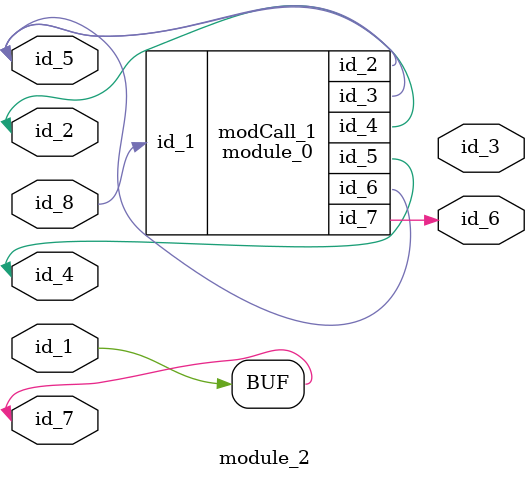
<source format=v>
module module_0 (
    id_1,
    id_2,
    id_3,
    id_4,
    id_5,
    id_6,
    id_7
);
  output wire id_7;
  inout wire id_6;
  output wire id_5;
  output wire id_4;
  inout wire id_3;
  inout wire id_2;
  input wire id_1;
  wire id_8;
endmodule
module module_1 (
    id_1,
    id_2,
    id_3,
    id_4
);
  output wire id_4;
  output wire id_3;
  output wire id_2;
  output wire id_1;
  wire id_6;
  module_0 modCall_1 (
      id_6,
      id_6,
      id_6,
      id_4,
      id_4,
      id_6,
      id_1
  );
endmodule
module module_2 (
    id_1,
    id_2,
    id_3,
    id_4,
    id_5,
    id_6,
    id_7,
    id_8
);
  inout wire id_8;
  inout wire id_7;
  output wire id_6;
  inout wire id_5;
  inout wire id_4;
  output wire id_3;
  inout wire id_2;
  inout wire id_1;
  initial begin : LABEL_0
    id_1 <= id_7;
  end
  module_0 modCall_1 (
      id_8,
      id_5,
      id_5,
      id_2,
      id_4,
      id_5,
      id_6
  );
endmodule

</source>
